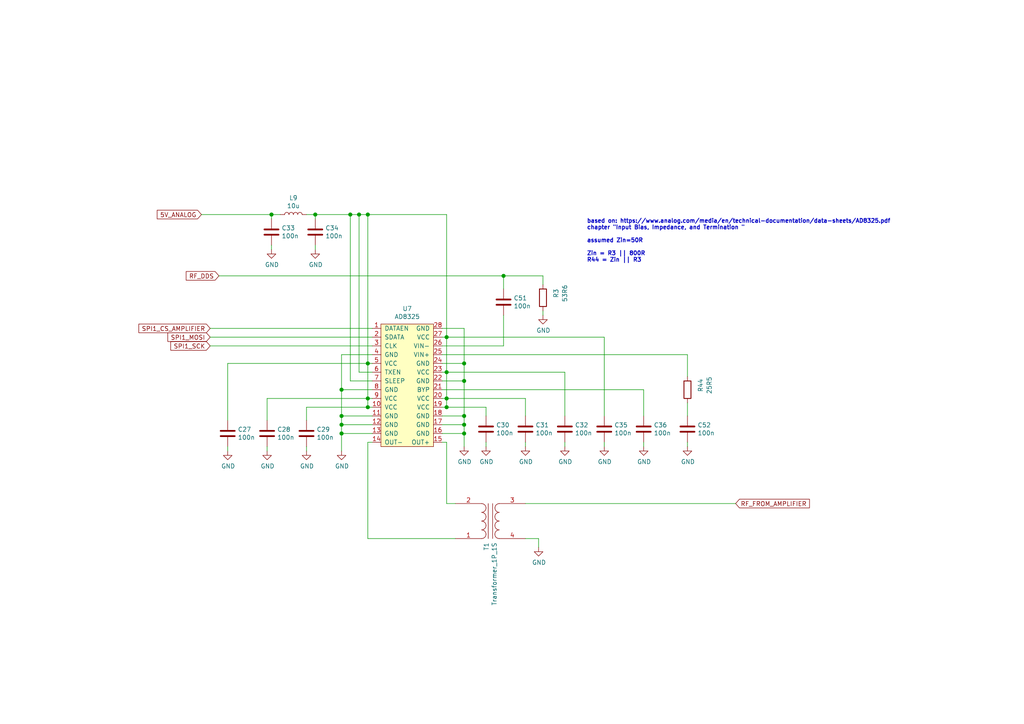
<source format=kicad_sch>
(kicad_sch (version 20231120) (generator "eeschema") (generator_version "8.0")
  (paper "A4")
  (lib_symbols
    (symbol "Device:C" (pin_numbers hide) (pin_names (offset 0.254))
      (property "Reference" "C" (at 0.635 2.54 0))
      (property "Value" "C" (at 0.635 -2.54 0))
      (symbol "C_0_1"
        (polyline (pts (xy -2.032 -0.762) (xy 2.032 -0.762)) (stroke (width 0.508)))
        (polyline (pts (xy -2.032 0.762) (xy 2.032 0.762)) (stroke (width 0.508)))
      )
      (symbol "C_1_1"
        (pin passive line (at 0 3.81 270) (length 2.794) (name "~") (number "1"))
        (pin passive line (at 0 -3.81 90) (length 2.794) (name "~") (number "2"))
      )
    )
    (symbol "Device:L" (pin_numbers hide) (pin_names (offset 1.016) hide)
      (property "Reference" "L" (at -1.27 0 90))
      (property "Value" "L" (at 1.905 0 90))
      (symbol "L_0_1"
        (arc (start 0 -2.54) (mid 0.6323 -1.905) (end 0 -1.27))
        (arc (start 0 -1.27) (mid 0.6323 -0.635) (end 0 0))
        (arc (start 0 0) (mid 0.6323 0.635) (end 0 1.27))
        (arc (start 0 1.27) (mid 0.6323 1.905) (end 0 2.54))
      )
      (symbol "L_1_1"
        (pin passive line (at 0 3.81 270) (length 1.27) (name "1") (number "1"))
        (pin passive line (at 0 -3.81 90) (length 1.27) (name "2") (number "2"))
      )
    )
    (symbol "Device:R" (pin_numbers hide) (pin_names (offset 0))
      (property "Reference" "R" (at 2.032 0 90))
      (property "Value" "R" (at 0 0 90))
      (symbol "R_0_1"
        (rectangle (start -1.016 -2.54) (end 1.016 2.54) (stroke (width 0.254)))
      )
      (symbol "R_1_1"
        (pin passive line (at 0 3.81 270) (length 1.27) (name "~") (number "1"))
        (pin passive line (at 0 -3.81 90) (length 1.27) (name "~") (number "2"))
      )
    )
    (symbol "Device:Transformer_1P_1S" (pin_names (offset 1.016) hide)
      (property "Reference" "T" (at 0 6.35 0))
      (property "Value" "Transformer_1P_1S" (at 0 -7.62 0))
      (symbol "Transformer_1P_1S_0_1"
        (arc (start -2.54 -5.0546) (mid -1.6599 -4.6901) (end -1.27 -3.81))
        (arc (start -2.54 -2.5146) (mid -1.6599 -2.1501) (end -1.27 -1.27))
        (arc (start -2.54 0.0254) (mid -1.6599 0.3899) (end -1.27 1.27))
        (arc (start -2.54 2.5654) (mid -1.6599 2.9299) (end -1.27 3.81))
        (arc (start -1.27 -3.81) (mid -1.642 -2.912) (end -2.54 -2.54))
        (arc (start -1.27 -1.27) (mid -1.642 -0.372) (end -2.54 0))
        (arc (start -1.27 1.27) (mid -1.642 2.168) (end -2.54 2.54))
        (arc (start -1.27 3.81) (mid -1.642 4.708) (end -2.54 5.08))
        (polyline (pts (xy -0.635 5.08) (xy -0.635 -5.08)))
        (polyline (pts (xy 0.635 -5.08) (xy 0.635 5.08)))
        (arc (start 1.2954 -1.27) (mid 1.6599 -2.1501) (end 2.54 -2.5146))
        (arc (start 1.2954 1.27) (mid 1.6599 0.3899) (end 2.54 0.0254))
        (arc (start 1.2954 3.81) (mid 1.6599 2.9299) (end 2.54 2.5654))
        (arc (start 1.3208 -3.81) (mid 1.6853 -4.6901) (end 2.5654 -5.0546))
        (arc (start 2.54 0) (mid 1.642 -0.372) (end 1.2954 -1.27))
        (arc (start 2.54 2.54) (mid 1.642 2.168) (end 1.2954 1.27))
        (arc (start 2.54 5.08) (mid 1.642 4.708) (end 1.2954 3.81))
        (arc (start 2.5654 -2.54) (mid 1.6674 -2.912) (end 1.3208 -3.81))
      )
      (symbol "Transformer_1P_1S_1_1"
        (pin passive line (at -10.16 5.08 0) (length 7.62) (name "AA") (number "1"))
        (pin passive line (at -10.16 -5.08 0) (length 7.62) (name "AB") (number "2"))
        (pin passive line (at 10.16 -5.08 180) (length 7.62) (name "SA") (number "3"))
        (pin passive line (at 10.16 5.08 180) (length 7.62) (name "SB") (number "4"))
      )
    )
    (symbol "NumericallyControlledOscillator:AD8325" (pin_names (offset 1.016))
      (property "Reference" "U" (at 0 2.54 0))
      (property "Value" "AD8325" (at 0 1.27 0))
      (symbol "AD8325_0_1"
        (rectangle (start 7.62 -35.56) (end -7.62 0) (fill (type background)))
      )
      (symbol "AD8325_1_1"
        (pin input line (at -10.16 -1.27 0) (length 2.54) (name "DATAEN") (number "1"))
        (pin input line (at -10.16 -24.13 0) (length 2.54) (name "VCC") (number "10"))
        (pin input line (at -10.16 -26.67 0) (length 2.54) (name "GND") (number "11"))
        (pin input line (at -10.16 -29.21 0) (length 2.54) (name "GND") (number "12"))
        (pin input line (at -10.16 -31.75 0) (length 2.54) (name "GND") (number "13"))
        (pin input line (at -10.16 -34.29 0) (length 2.54) (name "OUT-") (number "14"))
        (pin input line (at 10.16 -34.29 180) (length 2.54) (name "OUT+") (number "15"))
        (pin input line (at 10.16 -31.75 180) (length 2.54) (name "GND") (number "16"))
        (pin input line (at 10.16 -29.21 180) (length 2.54) (name "GND") (number "17"))
        (pin input line (at 10.16 -26.67 180) (length 2.54) (name "GND") (number "18"))
        (pin input line (at 10.16 -24.13 180) (length 2.54) (name "VCC") (number "19"))
        (pin input line (at -10.16 -3.81 0) (length 2.54) (name "SDATA") (number "2"))
        (pin input line (at 10.16 -21.59 180) (length 2.54) (name "VCC") (number "20"))
        (pin input line (at 10.16 -19.05 180) (length 2.54) (name "BYP") (number "21"))
        (pin input line (at 10.16 -16.51 180) (length 2.54) (name "GND") (number "22"))
        (pin input line (at 10.16 -13.97 180) (length 2.54) (name "VCC") (number "23"))
        (pin input line (at 10.16 -11.43 180) (length 2.54) (name "GND") (number "24"))
        (pin input line (at 10.16 -8.89 180) (length 2.54) (name "VIN+") (number "25"))
        (pin input line (at 10.16 -6.35 180) (length 2.54) (name "VIN-") (number "26"))
        (pin input line (at 10.16 -3.81 180) (length 2.54) (name "VCC") (number "27"))
        (pin input line (at 10.16 -1.27 180) (length 2.54) (name "GND") (number "28"))
        (pin input line (at -10.16 -6.35 0) (length 2.54) (name "CLK") (number "3"))
        (pin input line (at -10.16 -8.89 0) (length 2.54) (name "GND") (number "4"))
        (pin input line (at -10.16 -11.43 0) (length 2.54) (name "VCC") (number "5"))
        (pin input line (at -10.16 -13.97 0) (length 2.54) (name "TXEN") (number "6"))
        (pin input line (at -10.16 -16.51 0) (length 2.54) (name "SLEEP") (number "7"))
        (pin input line (at -10.16 -19.05 0) (length 2.54) (name "GND") (number "8"))
        (pin input line (at -10.16 -21.59 0) (length 2.54) (name "VCC") (number "9"))
      )
    )
    (symbol "power:GND" (power) (pin_names (offset 0))
      (property "Value" "GND" (at 0 -3.81 0))
      (symbol "GND_0_1"
        (polyline (pts (xy 0 0) (xy 0 -1.27) (xy 1.27 -1.27) (xy 0 -2.54) (xy -1.27 -1.27) (xy 0 -1.27)))
      )
      (symbol "GND_1_1"
        (pin power_in line (at 0 0 270) (length 0) hide (name "GND") (number "1"))
      )
    )
  )
  (junction (at 134.62 105.41) (diameter 1.016))
  (junction (at 129.54 115.57) (diameter 1.016))
  (junction (at 106.68 118.11) (diameter 1.016))
  (junction (at 99.06 113.03) (diameter 1.016))
  (junction (at 104.14 62.23) (diameter 1.016))
  (junction (at 78.74 62.23) (diameter 1.016))
  (junction (at 106.68 105.41) (diameter 1.016))
  (junction (at 134.62 123.19) (diameter 1.016))
  (junction (at 99.06 125.73) (diameter 1.016))
  (junction (at 106.68 62.23) (diameter 1.016))
  (junction (at 99.06 123.19) (diameter 1.016))
  (junction (at 91.44 62.23) (diameter 1.016))
  (junction (at 99.06 120.65) (diameter 1.016))
  (junction (at 134.62 110.49) (diameter 1.016))
  (junction (at 101.6 62.23) (diameter 1.016))
  (junction (at 129.54 97.79) (diameter 1.016))
  (junction (at 146.05 80.01) (diameter 1.016))
  (junction (at 134.62 125.73) (diameter 1.016))
  (junction (at 134.62 120.65) (diameter 1.016))
  (junction (at 106.68 115.57) (diameter 1.016))
  (junction (at 129.54 118.11) (diameter 1.016))
  (junction (at 129.54 107.95) (diameter 1.016))
  (wire (pts (xy 99.06 125.73) (xy 99.06 130.81)))
  (wire (pts (xy 99.06 113.03) (xy 99.06 120.65)))
  (wire (pts (xy 146.05 100.33) (xy 146.05 91.44)))
  (wire (pts (xy 157.48 82.55) (xy 157.48 80.01)))
  (wire (pts (xy 66.04 105.41) (xy 66.04 121.92)))
  (wire (pts (xy 107.95 120.65) (xy 99.06 120.65)))
  (wire (pts (xy 78.74 62.23) (xy 81.28 62.23)))
  (wire (pts (xy 106.68 115.57) (xy 77.47 115.57)))
  (wire (pts (xy 78.74 72.39) (xy 78.74 71.12)))
  (wire (pts (xy 99.06 102.87) (xy 99.06 113.03)))
  (wire (pts (xy 101.6 110.49) (xy 101.6 62.23)))
  (wire (pts (xy 107.95 105.41) (xy 106.68 105.41)))
  (wire (pts (xy 129.54 118.11) (xy 129.54 115.57)))
  (wire (pts (xy 132.08 146.05) (xy 129.54 146.05)))
  (wire (pts (xy 140.97 129.54) (xy 140.97 128.27)))
  (wire (pts (xy 156.21 158.75) (xy 156.21 156.21)))
  (wire (pts (xy 107.95 123.19) (xy 99.06 123.19)))
  (wire (pts (xy 156.21 156.21) (xy 152.4 156.21)))
  (wire (pts (xy 140.97 118.11) (xy 140.97 120.65)))
  (wire (pts (xy 152.4 129.54) (xy 152.4 128.27)))
  (wire (pts (xy 132.08 156.21) (xy 106.68 156.21)))
  (wire (pts (xy 128.27 120.65) (xy 134.62 120.65)))
  (wire (pts (xy 199.39 120.65) (xy 199.39 116.84)))
  (wire (pts (xy 134.62 120.65) (xy 134.62 123.19)))
  (wire (pts (xy 129.54 115.57) (xy 129.54 107.95)))
  (wire (pts (xy 99.06 123.19) (xy 99.06 125.73)))
  (wire (pts (xy 152.4 115.57) (xy 152.4 120.65)))
  (wire (pts (xy 175.26 120.65) (xy 175.26 97.79)))
  (wire (pts (xy 88.9 118.11) (xy 88.9 121.92)))
  (wire (pts (xy 128.27 102.87) (xy 199.39 102.87)))
  (wire (pts (xy 106.68 62.23) (xy 106.68 105.41)))
  (wire (pts (xy 106.68 62.23) (xy 129.54 62.23)))
  (wire (pts (xy 77.47 130.81) (xy 77.47 129.54)))
  (wire (pts (xy 175.26 129.54) (xy 175.26 128.27)))
  (wire (pts (xy 107.95 128.27) (xy 106.68 128.27)))
  (wire (pts (xy 186.69 129.54) (xy 186.69 128.27)))
  (wire (pts (xy 128.27 123.19) (xy 134.62 123.19)))
  (wire (pts (xy 107.95 113.03) (xy 99.06 113.03)))
  (wire (pts (xy 129.54 118.11) (xy 140.97 118.11)))
  (wire (pts (xy 129.54 115.57) (xy 152.4 115.57)))
  (wire (pts (xy 134.62 123.19) (xy 134.62 125.73)))
  (wire (pts (xy 134.62 125.73) (xy 134.62 129.54)))
  (wire (pts (xy 163.83 107.95) (xy 163.83 120.65)))
  (wire (pts (xy 128.27 128.27) (xy 129.54 128.27)))
  (wire (pts (xy 91.44 62.23) (xy 101.6 62.23)))
  (wire (pts (xy 106.68 118.11) (xy 106.68 115.57)))
  (wire (pts (xy 91.44 62.23) (xy 88.9 62.23)))
  (wire (pts (xy 99.06 125.73) (xy 107.95 125.73)))
  (wire (pts (xy 104.14 107.95) (xy 104.14 62.23)))
  (wire (pts (xy 199.39 102.87) (xy 199.39 109.22)))
  (wire (pts (xy 106.68 128.27) (xy 106.68 156.21)))
  (wire (pts (xy 107.95 102.87) (xy 99.06 102.87)))
  (wire (pts (xy 152.4 146.05) (xy 213.36 146.05)))
  (wire (pts (xy 199.39 129.54) (xy 199.39 128.27)))
  (wire (pts (xy 128.27 110.49) (xy 134.62 110.49)))
  (wire (pts (xy 88.9 130.81) (xy 88.9 129.54)))
  (wire (pts (xy 106.68 118.11) (xy 88.9 118.11)))
  (wire (pts (xy 104.14 62.23) (xy 106.68 62.23)))
  (wire (pts (xy 77.47 115.57) (xy 77.47 121.92)))
  (wire (pts (xy 106.68 105.41) (xy 66.04 105.41)))
  (wire (pts (xy 128.27 107.95) (xy 129.54 107.95)))
  (wire (pts (xy 128.27 113.03) (xy 186.69 113.03)))
  (wire (pts (xy 134.62 105.41) (xy 134.62 110.49)))
  (wire (pts (xy 66.04 130.81) (xy 66.04 129.54)))
  (wire (pts (xy 128.27 105.41) (xy 134.62 105.41)))
  (wire (pts (xy 60.96 95.25) (xy 107.95 95.25)))
  (wire (pts (xy 175.26 97.79) (xy 129.54 97.79)))
  (wire (pts (xy 129.54 107.95) (xy 129.54 97.79)))
  (wire (pts (xy 107.95 115.57) (xy 106.68 115.57)))
  (wire (pts (xy 128.27 118.11) (xy 129.54 118.11)))
  (wire (pts (xy 91.44 72.39) (xy 91.44 71.12)))
  (wire (pts (xy 63.5 80.01) (xy 146.05 80.01)))
  (wire (pts (xy 128.27 125.73) (xy 134.62 125.73)))
  (wire (pts (xy 186.69 113.03) (xy 186.69 120.65)))
  (wire (pts (xy 134.62 110.49) (xy 134.62 120.65)))
  (wire (pts (xy 91.44 62.23) (xy 91.44 63.5)))
  (wire (pts (xy 107.95 107.95) (xy 104.14 107.95)))
  (wire (pts (xy 157.48 91.44) (xy 157.48 90.17)))
  (wire (pts (xy 157.48 80.01) (xy 146.05 80.01)))
  (wire (pts (xy 60.96 100.33) (xy 107.95 100.33)))
  (wire (pts (xy 129.54 62.23) (xy 129.54 97.79)))
  (wire (pts (xy 60.96 97.79) (xy 107.95 97.79)))
  (wire (pts (xy 107.95 118.11) (xy 106.68 118.11)))
  (wire (pts (xy 146.05 80.01) (xy 146.05 83.82)))
  (wire (pts (xy 106.68 115.57) (xy 106.68 105.41)))
  (wire (pts (xy 134.62 95.25) (xy 134.62 105.41)))
  (wire (pts (xy 128.27 100.33) (xy 146.05 100.33)))
  (wire (pts (xy 58.42 62.23) (xy 78.74 62.23)))
  (wire (pts (xy 129.54 128.27) (xy 129.54 146.05)))
  (wire (pts (xy 78.74 63.5) (xy 78.74 62.23)))
  (wire (pts (xy 163.83 129.54) (xy 163.83 128.27)))
  (wire (pts (xy 107.95 110.49) (xy 101.6 110.49)))
  (wire (pts (xy 129.54 97.79) (xy 128.27 97.79)))
  (wire (pts (xy 128.27 95.25) (xy 134.62 95.25)))
  (wire (pts (xy 129.54 107.95) (xy 163.83 107.95)))
  (wire (pts (xy 101.6 62.23) (xy 104.14 62.23)))
  (wire (pts (xy 99.06 120.65) (xy 99.06 123.19)))
  (wire (pts (xy 128.27 115.57) (xy 129.54 115.57)))
  (text "based on: https://www.analog.com/media/en/technical-documentation/data-sheets/AD8325.pdf \nchapter \"Input Bias, Impedance, and Termination \"\n\nassumed Zin=50R\n\nZin = R3 || 800R\nR44 = Zin || R3 " (at 170.18 76.2 0) (effects (font (size 1.1684 1.1684) (thickness 0.2337) (bold yes)) (justify left bottom)))
  (global_label "SPI1_CS_AMPLIFIER" (shape input) (at 60.96 95.25 180) (property "Intersheetrefs" "${INTERSHEET_REFS}" (effects (hide yes))))
  (global_label "SPI1_SCK" (shape input) (at 60.96 100.33 180) (property "Intersheetrefs" "${INTERSHEET_REFS}" (effects (hide yes))))
  (global_label "RF_FROM_AMPLIFIER" (shape input) (at 213.36 146.05 0) (property "Intersheetrefs" "${INTERSHEET_REFS}" (effects (hide yes))))
  (global_label "5V_ANALOG" (shape input) (at 58.42 62.23 180) (property "Intersheetrefs" "${INTERSHEET_REFS}" (effects (hide yes))))
  (global_label "SPI1_MOSI" (shape input) (at 60.96 97.79 180) (property "Intersheetrefs" "${INTERSHEET_REFS}" (effects (hide yes))))
  (global_label "RF_DDS" (shape input) (at 63.5 80.01 180) (property "Intersheetrefs" "${INTERSHEET_REFS}" (effects (hide yes))))
  (symbol (lib_id "NumericallyControlledOscillator:AD8325") (at 118.11 93.98 0) (unit 1)
    (property "Reference" "U7" (at 118.11 89.535 0))
    (property "Value" "AD8325" (at 118.11 91.8464 0))
    (property "Footprint" "Package_SO:TSSOP-28_4.4x9.7mm_P0.65mm" (effects (hide yes)))
  )
  (symbol (lib_id "Device:C") (at 77.47 125.73 0) (unit 1)
    (property "Reference" "C28" (at 80.391 124.5616 0) (effects (justify left)))
    (property "Value" "100n" (at 80.391 126.873 0) (effects (justify left)))
    (property "Footprint" "Capacitor_SMD:C_0805_2012Metric" (effects (hide yes)))
  )
  (symbol (lib_id "Device:C") (at 66.04 125.73 0) (unit 1)
    (property "Reference" "C27" (at 68.961 124.5616 0) (effects (justify left)))
    (property "Value" "100n" (at 68.961 126.873 0) (effects (justify left)))
    (property "Footprint" "Capacitor_SMD:C_0805_2012Metric" (effects (hide yes)))
  )
  (symbol (lib_id "Device:C") (at 88.9 125.73 180) (unit 1)
    (property "Reference" "C29" (at 91.821 124.5616 0) (effects (justify right)))
    (property "Value" "100n" (at 91.821 126.873 0) (effects (justify right)))
    (property "Footprint" "Capacitor_SMD:C_0805_2012Metric" (effects (hide yes)))
  )
  (symbol (lib_id "Device:C") (at 140.97 124.46 0) (unit 1)
    (property "Reference" "C30" (at 143.891 123.2916 0) (effects (justify left)))
    (property "Value" "100n" (at 143.891 125.603 0) (effects (justify left)))
    (property "Footprint" "Capacitor_SMD:C_0805_2012Metric" (effects (hide yes)))
  )
  (symbol (lib_id "Device:C") (at 152.4 124.46 0) (unit 1)
    (property "Reference" "C31" (at 155.321 123.2916 0) (effects (justify left)))
    (property "Value" "100n" (at 155.321 125.603 0) (effects (justify left)))
    (property "Footprint" "Capacitor_SMD:C_0805_2012Metric" (effects (hide yes)))
  )
  (symbol (lib_id "power:GND") (at 134.62 129.54 0) (unit 1)
    (property "Reference" "#PWR0114" (effects (hide yes)))
    (property "Value" "GND" (at 134.747 133.9342 0))
  )
  (symbol (lib_id "power:GND") (at 99.06 130.81 0) (unit 1)
    (property "Reference" "#PWR0115" (effects (hide yes)))
    (property "Value" "GND" (at 99.187 135.2042 0))
  )
  (symbol (lib_id "power:GND") (at 88.9 130.81 0) (unit 1)
    (property "Reference" "#PWR0116" (effects (hide yes)))
    (property "Value" "GND" (at 89.027 135.2042 0))
  )
  (symbol (lib_id "power:GND") (at 77.47 130.81 0) (unit 1)
    (property "Reference" "#PWR0117" (effects (hide yes)))
    (property "Value" "GND" (at 77.597 135.2042 0))
  )
  (symbol (lib_id "power:GND") (at 66.04 130.81 0) (unit 1)
    (property "Reference" "#PWR0118" (effects (hide yes)))
    (property "Value" "GND" (at 66.167 135.2042 0))
  )
  (symbol (lib_id "Device:C") (at 163.83 124.46 0) (unit 1)
    (property "Reference" "C32" (at 166.751 123.2916 0) (effects (justify left)))
    (property "Value" "100n" (at 166.751 125.603 0) (effects (justify left)))
    (property "Footprint" "Capacitor_SMD:C_0805_2012Metric" (effects (hide yes)))
  )
  (symbol (lib_id "power:GND") (at 140.97 129.54 0) (unit 1)
    (property "Reference" "#PWR043" (effects (hide yes)))
    (property "Value" "GND" (at 141.097 133.9342 0))
  )
  (symbol (lib_id "power:GND") (at 152.4 129.54 0) (unit 1)
    (property "Reference" "#PWR044" (effects (hide yes)))
    (property "Value" "GND" (at 152.527 133.9342 0))
  )
  (symbol (lib_id "power:GND") (at 163.83 129.54 0) (unit 1)
    (property "Reference" "#PWR045" (effects (hide yes)))
    (property "Value" "GND" (at 163.957 133.9342 0))
  )
  (symbol (lib_id "power:GND") (at 186.69 129.54 0) (unit 1)
    (property "Reference" "#PWR047" (effects (hide yes)))
    (property "Value" "GND" (at 186.817 133.9342 0))
  )
  (symbol (lib_id "Device:C") (at 186.69 124.46 0) (unit 1)
    (property "Reference" "C36" (at 189.611 123.2916 0) (effects (justify left)))
    (property "Value" "100n" (at 189.611 125.603 0) (effects (justify left)))
    (property "Footprint" "Capacitor_SMD:C_0805_2012Metric" (effects (hide yes)))
  )
  (symbol (lib_id "power:GND") (at 175.26 129.54 0) (unit 1)
    (property "Reference" "#PWR046" (effects (hide yes)))
    (property "Value" "GND" (at 175.387 133.9342 0))
  )
  (symbol (lib_id "Device:C") (at 175.26 124.46 0) (unit 1)
    (property "Reference" "C35" (at 178.181 123.2916 0) (effects (justify left)))
    (property "Value" "100n" (at 178.181 125.603 0) (effects (justify left)))
    (property "Footprint" "Capacitor_SMD:C_0805_2012Metric" (effects (hide yes)))
  )
  (symbol (lib_id "Device:C") (at 91.44 67.31 0) (unit 1)
    (property "Reference" "C34" (at 94.361 66.1416 0) (effects (justify left)))
    (property "Value" "100n" (at 94.361 68.453 0) (effects (justify left)))
    (property "Footprint" "Capacitor_SMD:C_0805_2012Metric" (effects (hide yes)))
  )
  (symbol (lib_id "power:GND") (at 91.44 72.39 0) (unit 1)
    (property "Reference" "#PWR042" (effects (hide yes)))
    (property "Value" "GND" (at 91.567 76.7842 0))
  )
  (symbol (lib_id "power:GND") (at 78.74 72.39 0) (unit 1)
    (property "Reference" "#PWR041" (effects (hide yes)))
    (property "Value" "GND" (at 78.867 76.7842 0))
  )
  (symbol (lib_id "Device:L") (at 85.09 62.23 90) (unit 1)
    (property "Reference" "L9" (at 85.09 57.404 90))
    (property "Value" "10u" (at 85.09 59.7154 90))
    (property "Footprint" "Inductor_SMD:L_0805_2012Metric" (effects (hide yes)))
  )
  (symbol (lib_id "Device:C") (at 78.74 67.31 0) (unit 1)
    (property "Reference" "C33" (at 81.661 66.1416 0) (effects (justify left)))
    (property "Value" "100n" (at 81.661 68.453 0) (effects (justify left)))
    (property "Footprint" "Capacitor_SMD:C_0805_2012Metric" (effects (hide yes)))
  )
  (symbol (lib_id "Device:Transformer_1P_1S") (at 142.24 151.13 0) (mirror x) (unit 1)
    (property "Reference" "T1" (at 141.0716 157.3276 90) (effects (justify left)))
    (property "Value" "Transformer_1P_1S" (at 143.383 157.3276 90) (effects (justify left)))
    (property "Footprint" "DDSFunctionGenerator:Transformer_B62152_8.3" (effects (hide yes)))
  )
  (symbol (lib_id "power:GND") (at 156.21 158.75 0) (unit 1)
    (property "Reference" "#PWR048" (effects (hide yes)))
    (property "Value" "GND" (at 156.337 163.1442 0))
  )
  (symbol (lib_id "Device:R") (at 199.39 113.03 0) (unit 1)
    (property "Reference" "R44" (at 203.2 111.76 90))
    (property "Value" "25R5" (at 205.74 111.76 90))
    (property "Footprint" "Resistor_SMD:R_0805_2012Metric" (effects (hide yes)))
  )
  (symbol (lib_id "Device:C") (at 146.05 87.63 0) (unit 1)
    (property "Reference" "C51" (at 148.971 86.4616 0) (effects (justify left)))
    (property "Value" "100n" (at 148.971 88.773 0) (effects (justify left)))
    (property "Footprint" "Capacitor_SMD:C_0805_2012Metric" (effects (hide yes)))
  )
  (symbol (lib_id "Device:C") (at 199.39 124.46 0) (unit 1)
    (property "Reference" "C52" (at 202.311 123.2916 0) (effects (justify left)))
    (property "Value" "100n" (at 202.311 125.603 0) (effects (justify left)))
    (property "Footprint" "Capacitor_SMD:C_0805_2012Metric" (effects (hide yes)))
  )
  (symbol (lib_id "power:GND") (at 199.39 129.54 0) (unit 1)
    (property "Reference" "#PWR016" (effects (hide yes)))
    (property "Value" "GND" (at 199.517 133.9342 0))
  )
  (symbol (lib_id "Device:R") (at 157.48 86.36 0) (unit 1)
    (property "Reference" "R3" (at 161.29 85.09 90))
    (property "Value" "53R6" (at 163.83 85.09 90))
    (property "Footprint" "Resistor_SMD:R_0805_2012Metric" (effects (hide yes)))
  )
  (symbol (lib_id "power:GND") (at 157.48 91.44 0) (unit 1)
    (property "Reference" "#PWR036" (effects (hide yes)))
    (property "Value" "GND" (at 157.607 95.8342 0))
  )
)
</source>
